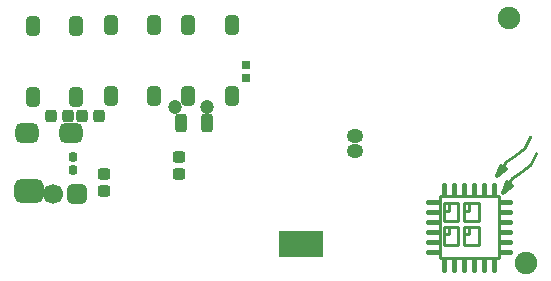
<source format=gbs>
G04 Layer_Color=16711935*
%FSLAX25Y25*%
%MOIN*%
G70*
G01*
G75*
%ADD47C,0.01181*%
%ADD48C,0.00984*%
%ADD51C,0.01575*%
%ADD56C,0.06693*%
%ADD72C,0.01000*%
G04:AMPARAMS|DCode=75|XSize=43.31mil|YSize=39.37mil|CornerRadius=11.81mil|HoleSize=0mil|Usage=FLASHONLY|Rotation=0.000|XOffset=0mil|YOffset=0mil|HoleType=Round|Shape=RoundedRectangle|*
%AMROUNDEDRECTD75*
21,1,0.04331,0.01575,0,0,0.0*
21,1,0.01969,0.03937,0,0,0.0*
1,1,0.02362,0.00984,-0.00787*
1,1,0.02362,-0.00984,-0.00787*
1,1,0.02362,-0.00984,0.00787*
1,1,0.02362,0.00984,0.00787*
%
%ADD75ROUNDEDRECTD75*%
G04:AMPARAMS|DCode=77|XSize=27.56mil|YSize=31.5mil|CornerRadius=8.86mil|HoleSize=0mil|Usage=FLASHONLY|Rotation=180.000|XOffset=0mil|YOffset=0mil|HoleType=Round|Shape=RoundedRectangle|*
%AMROUNDEDRECTD77*
21,1,0.02756,0.01378,0,0,180.0*
21,1,0.00984,0.03150,0,0,180.0*
1,1,0.01772,-0.00492,0.00689*
1,1,0.01772,0.00492,0.00689*
1,1,0.01772,0.00492,-0.00689*
1,1,0.01772,-0.00492,-0.00689*
%
%ADD77ROUNDEDRECTD77*%
G04:AMPARAMS|DCode=79|XSize=43.31mil|YSize=39.37mil|CornerRadius=11.81mil|HoleSize=0mil|Usage=FLASHONLY|Rotation=90.000|XOffset=0mil|YOffset=0mil|HoleType=Round|Shape=RoundedRectangle|*
%AMROUNDEDRECTD79*
21,1,0.04331,0.01575,0,0,90.0*
21,1,0.01969,0.03937,0,0,90.0*
1,1,0.02362,0.00787,0.00984*
1,1,0.02362,0.00787,-0.00984*
1,1,0.02362,-0.00787,-0.00984*
1,1,0.02362,-0.00787,0.00984*
%
%ADD79ROUNDEDRECTD79*%
%ADD111C,0.07480*%
%ADD112O,0.05512X0.04724*%
G04:AMPARAMS|DCode=113|XSize=66.93mil|YSize=66.93mil|CornerRadius=18.7mil|HoleSize=0mil|Usage=FLASHONLY|Rotation=90.000|XOffset=0mil|YOffset=0mil|HoleType=Round|Shape=RoundedRectangle|*
%AMROUNDEDRECTD113*
21,1,0.06693,0.02953,0,0,90.0*
21,1,0.02953,0.06693,0,0,90.0*
1,1,0.03740,0.01476,0.01476*
1,1,0.03740,0.01476,-0.01476*
1,1,0.03740,-0.01476,-0.01476*
1,1,0.03740,-0.01476,0.01476*
%
%ADD113ROUNDEDRECTD113*%
%ADD114C,0.04724*%
G04:AMPARAMS|DCode=115|XSize=98.43mil|YSize=78.74mil|CornerRadius=21.65mil|HoleSize=0mil|Usage=FLASHONLY|Rotation=180.000|XOffset=0mil|YOffset=0mil|HoleType=Round|Shape=RoundedRectangle|*
%AMROUNDEDRECTD115*
21,1,0.09843,0.03543,0,0,180.0*
21,1,0.05512,0.07874,0,0,180.0*
1,1,0.04331,-0.02756,0.01772*
1,1,0.04331,0.02756,0.01772*
1,1,0.04331,0.02756,-0.01772*
1,1,0.04331,-0.02756,-0.01772*
%
%ADD115ROUNDEDRECTD115*%
%ADD116R,0.14567X0.08661*%
%ADD117R,0.02756X0.03150*%
G04:AMPARAMS|DCode=118|XSize=39.37mil|YSize=62.99mil|CornerRadius=11.81mil|HoleSize=0mil|Usage=FLASHONLY|Rotation=180.000|XOffset=0mil|YOffset=0mil|HoleType=Round|Shape=RoundedRectangle|*
%AMROUNDEDRECTD118*
21,1,0.03937,0.03937,0,0,180.0*
21,1,0.01575,0.06299,0,0,180.0*
1,1,0.02362,-0.00787,0.01969*
1,1,0.02362,0.00787,0.01969*
1,1,0.02362,0.00787,-0.01969*
1,1,0.02362,-0.00787,-0.01969*
%
%ADD118ROUNDEDRECTD118*%
G04:AMPARAMS|DCode=119|XSize=66.93mil|YSize=47.24mil|CornerRadius=13.78mil|HoleSize=0mil|Usage=FLASHONLY|Rotation=270.000|XOffset=0mil|YOffset=0mil|HoleType=Round|Shape=RoundedRectangle|*
%AMROUNDEDRECTD119*
21,1,0.06693,0.01969,0,0,270.0*
21,1,0.03937,0.04724,0,0,270.0*
1,1,0.02756,-0.00984,-0.01969*
1,1,0.02756,-0.00984,0.01969*
1,1,0.02756,0.00984,0.01969*
1,1,0.02756,0.00984,-0.01969*
%
%ADD119ROUNDEDRECTD119*%
G04:AMPARAMS|DCode=120|XSize=66.93mil|YSize=76.77mil|CornerRadius=18.7mil|HoleSize=0mil|Usage=FLASHONLY|Rotation=270.000|XOffset=0mil|YOffset=0mil|HoleType=Round|Shape=RoundedRectangle|*
%AMROUNDEDRECTD120*
21,1,0.06693,0.03937,0,0,270.0*
21,1,0.02953,0.07677,0,0,270.0*
1,1,0.03740,-0.01969,-0.01476*
1,1,0.03740,-0.01969,0.01476*
1,1,0.03740,0.01969,0.01476*
1,1,0.03740,0.01969,-0.01476*
%
%ADD120ROUNDEDRECTD120*%
D47*
X163935Y-62457D02*
X165510Y-60094D01*
X163935Y-62457D02*
X165116Y-58913D01*
X166691Y-60094D01*
X163935Y-62457D02*
X166691Y-60094D01*
X161967Y-56945D02*
X163541Y-54583D01*
X161967Y-56945D02*
X163148Y-53402D01*
X164722Y-54583D01*
X161967Y-56945D02*
X164722Y-54583D01*
D48*
X144250Y-66000D02*
X148974D01*
Y-71905D02*
Y-66000D01*
X144250Y-71905D02*
X148974D01*
X144250D02*
Y-66000D01*
Y-68362D02*
X145825D01*
Y-66000D01*
X152518Y-68362D02*
Y-66000D01*
X150943Y-68362D02*
X152518D01*
X150943Y-71905D02*
Y-66000D01*
Y-71905D02*
X155667D01*
Y-66000D01*
X150943D02*
X155667D01*
X145825Y-76236D02*
Y-73874D01*
X144250Y-76236D02*
X145825D01*
X144250Y-79779D02*
Y-73874D01*
Y-79779D02*
X148974D01*
Y-73874D01*
X144250D02*
X148974D01*
X152518Y-76236D02*
Y-73874D01*
X150943Y-76236D02*
X152518D01*
X150943Y-79779D02*
Y-73874D01*
Y-79779D02*
X155667D01*
Y-73874D01*
X150943D02*
X155667D01*
X142675Y-63638D02*
X162360D01*
Y-84110D02*
Y-63638D01*
X142675Y-84110D02*
X162360D01*
X142675D02*
Y-63638D01*
D51*
X144250Y-63244D02*
Y-59701D01*
X147557Y-63244D02*
Y-59701D01*
X150864Y-63244D02*
Y-59701D01*
X154171Y-63244D02*
Y-59701D01*
X157478Y-63244D02*
Y-59701D01*
X160785Y-63244D02*
Y-59701D01*
X138738Y-65606D02*
X142281D01*
X138738Y-68913D02*
X142281D01*
X138738Y-72220D02*
X142281D01*
X138738Y-75528D02*
X142281D01*
X138738Y-78835D02*
X142281D01*
X138738Y-82142D02*
X142281D01*
X162754Y-65606D02*
X166297D01*
X162754Y-68913D02*
X166297D01*
X162754Y-72220D02*
X166297D01*
X162754Y-75528D02*
X166297D01*
X162754Y-78835D02*
X166297D01*
X162754Y-82142D02*
X166297D01*
X144250Y-88047D02*
Y-84504D01*
X147557Y-88047D02*
Y-84504D01*
X150864Y-88047D02*
Y-84504D01*
X154171Y-88047D02*
Y-84504D01*
X157478Y-88047D02*
Y-84504D01*
X160785Y-88047D02*
Y-84504D01*
D56*
X13750Y-62795D02*
D03*
D72*
X169838Y-55757D02*
G03*
X165116Y-60882I2627J-7159D01*
G01*
X169838Y-55757D02*
G03*
X174994Y-49454I-3841J8402D01*
G01*
X167870Y-50246D02*
G03*
X163148Y-55370I2627J-7159D01*
G01*
X167870Y-50246D02*
G03*
X173026Y-43943I-3841J8402D01*
G01*
D75*
X30750Y-61756D02*
D03*
Y-56244D02*
D03*
X55800Y-56112D02*
D03*
Y-50600D02*
D03*
D77*
X20500Y-54896D02*
D03*
Y-50604D02*
D03*
D79*
X29035Y-36811D02*
D03*
X23524D02*
D03*
X18724Y-36753D02*
D03*
X13213D02*
D03*
D111*
X171500Y-85888D02*
D03*
X165750Y-4250D02*
D03*
D112*
X114500Y-43500D02*
D03*
Y-48500D02*
D03*
D113*
X21654Y-62795D02*
D03*
D114*
X65000Y-33750D02*
D03*
X54500D02*
D03*
D115*
X5750Y-61750D02*
D03*
D116*
X96500Y-79500D02*
D03*
D117*
X78250Y-24037D02*
D03*
Y-19746D02*
D03*
D118*
X56339Y-39250D02*
D03*
X65000D02*
D03*
D119*
X33022Y-6496D02*
D03*
Y-30118D02*
D03*
X47589D02*
D03*
Y-6496D02*
D03*
X21567Y-30500D02*
D03*
Y-6878D02*
D03*
X7000D02*
D03*
Y-30500D02*
D03*
X58858Y-6496D02*
D03*
Y-30118D02*
D03*
X73425D02*
D03*
Y-6496D02*
D03*
D120*
X5020Y-42520D02*
D03*
X19783D02*
D03*
M02*

</source>
